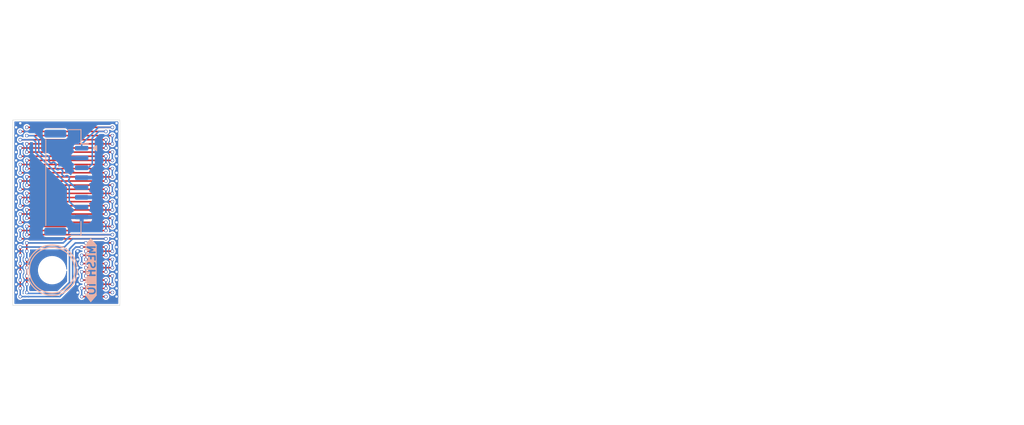
<source format=kicad_pcb>
(kicad_pcb (version 20241229) (generator "pcbnew") (generator_version "9.0")
  (title_block (title "detpan1_F") (date "2025-07-28") (rev "A") (company "TamperSec") (comment 1 "Justin Newkirk"))
  (layers (0 "F.Cu" signal) (4 "In1.Cu" power) (6 "In2.Cu" power) (2 "B.Cu" signal) (5 "F.SilkS" user "F.Silkscreen") (7 "B.SilkS" user "B.Silkscreen") (1 "F.Mask" user) (3 "B.Mask" user) (25 "Edge.Cuts" user))
  (net 0 "")
  (net 1 "GND")
  (net 2 "/-SIG_1")
  (net 3 "/+SIG_1")
  (footprint "MountingHole:MountingHole_3.2mm_M3" (layer "F.Cu") (at 116.45 104.11)
    (property "Reference" "H1" (hide yes))
    (property "Value" "~")
    (pad "" np_thru_hole circle (at 0 0) (size 3.2 3.2) (drill 3.2) (layers "*.Cu" "*.Mask"))
  )
  (footprint "Connector_JST:JST_GH_BM08B-GHS-TBT_1x08-1MP_P1.25mm_Vertical" (layer "B.Cu") (at 118.25 92.97 -90)
    (property "Reference" "J1" (hide yes))
    (property "Value" "SIGNAL_1_CONN")
    (fp_line (start -5.465 2.61) (end 5.465 2.61) (stroke (width 0.12)) (layer "B.SilkS"))
    (fp_line (start -6.735 -0.26) (end -6.735 -1.86) (stroke (width 0.12)) (layer "B.SilkS"))
    (fp_line (start 6.735 -0.26) (end 6.735 -1.86) (stroke (width 0.12)) (layer "B.SilkS"))
    (fp_line (start -6.735 -1.86) (end -4.935 -1.86) (stroke (width 0.12)) (layer "B.SilkS"))
    (fp_line (start -4.935 -1.86) (end -4.935 -2.8) (stroke (width 0.12)) (layer "B.SilkS"))
    (fp_line (start 6.735 -1.86) (end 4.935 -1.86) (stroke (width 0.12)) (layer "B.SilkS"))
    (pad "1" smd roundrect (at -4.375 -1.95 270) (size 0.6 1.7) (layers "B.Cu" "B.Mask" "B.Paste") (net 2 "/-SIG_1"))
    (pad "2" smd roundrect (at -3.125 -1.95 270) (size 0.6 1.7) (layers "B.Cu" "B.Mask" "B.Paste") (net 1 "GND"))
    (pad "3" smd roundrect (at -1.875 -1.95 270) (size 0.6 1.7) (layers "B.Cu" "B.Mask" "B.Paste") (net 3 "/+SIG_1"))
    (pad "4" smd roundrect (at -0.625 -1.95 270) (size 0.6 1.7) (layers "B.Cu" "B.Mask" "B.Paste") (net 1 "GND"))
    (pad "5" smd roundrect (at 0.625 -1.95 270) (size 0.6 1.7) (layers "B.Cu" "B.Mask" "B.Paste") (net 2 "/-SIG_1"))
    (pad "6" smd roundrect (at 1.875 -1.95 270) (size 0.6 1.7) (layers "B.Cu" "B.Mask" "B.Paste") (net 1 "GND"))
    (pad "7" smd roundrect (at 3.125 -1.95 270) (size 0.6 1.7) (layers "B.Cu" "B.Mask" "B.Paste") (net 3 "/+SIG_1"))
    (pad "8" smd roundrect (at 4.375 -1.95 270) (size 0.6 1.7) (layers "B.Cu" "B.Mask" "B.Paste") (net 1 "GND"))
    (pad "MP" smd roundrect (at -6.225 1.4 270) (size 1 2.8) (layers "B.Cu" "B.Mask" "B.Paste"))
    (pad "MP" smd roundrect (at 6.225 1.4 270) (size 1 2.8) (layers "B.Cu" "B.Mask" "B.Paste"))
  )
  (gr_poly (pts (xy 120.7425 100.935) (xy 122.0425 100.935) (xy 121.3425 100.135)) (stroke (width 0.153)) (fill yes) (layer "B.SilkS"))
  (gr_poly (pts (xy 120.750904 107.285) (xy 122.050904 107.285) (xy 121.350904 108.085)) (stroke (width 0.153)) (fill yes) (layer "B.SilkS"))
  (gr_circle (center 116.45 104.11) (end 113.55 104.11) (stroke (width 0.153)) (fill no) (layer "B.SilkS"))
  (gr_circle (center 116.45 104.11) (end 113.25 104.11) (stroke (width 0.153)) (fill no) (layer "B.SilkS"))
  (gr_poly (pts (xy 122.09 88.295) (xy 122.09 88.895) (xy 121.69 88.595)) (stroke (width 0.153)) (fill yes) (layer "B.SilkS"))
  (gr_rect (start 111.45 85) (end 125.05 108.6) (stroke (width 0.05)) (fill no) (layer "Edge.Cuts"))
  (gr_text "MESH IO" (at 122.0265 100.809095 90) (layer "B.SilkS" knockout) (effects (font (size 1 1) (thickness 0.2) (bold yes)) (justify left bottom mirror)))
  (via (at 111.875 98.545) (size 0.45) (drill 0.3) (layers "F.Cu" "B.Cu") (net 1))
  (via (at 124.625 96.97) (size 0.45) (drill 0.3) (layers "F.Cu" "B.Cu") (net 1))
  (via (at 124.625 104.32) (size 0.45) (drill 0.3) (layers "F.Cu" "B.Cu") (net 1))
  (via (at 124.625 101.17) (size 0.45) (drill 0.3) (layers "F.Cu" "B.Cu") (net 1))
  (via (at 124.625 107.47) (size 0.45) (drill 0.3) (layers "F.Cu" "B.Cu") (net 1))
  (via (at 124.625 103.27) (size 0.45) (drill 0.3) (layers "F.Cu" "B.Cu") (net 1))
  (via (at 111.875 92.245) (size 0.45) (drill 0.3) (layers "F.Cu" "B.Cu") (net 1))
  (via (at 119.675 106.95) (size 0.45) (drill 0.3) (layers "F.Cu" "B.Cu") (net 1))
  (via (at 111.875 90.145) (size 0.45) (drill 0.3) (layers "F.Cu" "B.Cu") (net 1))
  (via (at 124.625 106.42) (size 0.45) (drill 0.3) (layers "F.Cu" "B.Cu") (net 1))
  (via (at 111.875 99.595) (size 0.45) (drill 0.3) (layers "F.Cu" "B.Cu") (net 1))
  (via (at 124.625 98.02) (size 0.45) (drill 0.3) (layers "F.Cu" "B.Cu") (net 1))
  (via (at 111.875 103.795) (size 0.45) (drill 0.3) (layers "F.Cu" "B.Cu") (net 1))
  (via (at 124.625 102.22) (size 0.45) (drill 0.3) (layers "F.Cu" "B.Cu") (net 1))
  (via (at 124.625 91.72) (size 0.45) (drill 0.3) (layers "F.Cu" "B.Cu") (net 1))
  (via (at 111.875 106.945) (size 0.45) (drill 0.3) (layers "F.Cu" "B.Cu") (net 1))
  (via (at 124.625 95.92) (size 0.45) (drill 0.3) (layers "F.Cu" "B.Cu") (net 1))
  (via (at 119.675 101.695) (size 0.45) (drill 0.3) (layers "F.Cu" "B.Cu") (net 1))
  (via (at 124.625 94.87) (size 0.45) (drill 0.3) (layers "F.Cu" "B.Cu") (net 1))
  (via (at 124.625 88.57) (size 0.45) (drill 0.3) (layers "F.Cu" "B.Cu") (net 1))
  (via (at 119.675 102.745) (size 0.45) (drill 0.3) (layers "F.Cu" "B.Cu") (net 1))
  (via (at 119.675 103.795) (size 0.45) (drill 0.3) (layers "F.Cu" "B.Cu") (net 1))
  (via (at 124.625 105.37) (size 0.45) (drill 0.3) (layers "F.Cu" "B.Cu") (net 1))
  (via (at 111.875 100.645) (size 0.45) (drill 0.3) (layers "F.Cu" "B.Cu") (net 1))
  (via (at 112.4 85.42) (size 0.45) (drill 0.3) (layers "F.Cu" "B.Cu") (net 1))
  (via (at 111.875 91.195) (size 0.45) (drill 0.3) (layers "F.Cu" "B.Cu") (net 1))
  (via (at 111.875 89.095) (size 0.45) (drill 0.3) (layers "F.Cu" "B.Cu") (net 1))
  (via (at 111.875 101.695) (size 0.45) (drill 0.3) (layers "F.Cu" "B.Cu") (net 1))
  (via (at 111.875 94.345) (size 0.45) (drill 0.3) (layers "F.Cu" "B.Cu") (net 1))
  (via (at 119.675 104.845) (size 0.45) (drill 0.3) (layers "F.Cu" "B.Cu") (net 1))
  (via (at 124.625 93.82) (size 0.45) (drill 0.3) (layers "F.Cu" "B.Cu") (net 1))
  (via (at 124.625 86.47) (size 0.45) (drill 0.3) (layers "F.Cu" "B.Cu") (net 1))
  (via (at 124.625 87.52) (size 0.45) (drill 0.3) (layers "F.Cu" "B.Cu") (net 1))
  (via (at 124.625 90.67) (size 0.45) (drill 0.3) (layers "F.Cu" "B.Cu") (net 1))
  (via (at 111.875 93.295) (size 0.45) (drill 0.3) (layers "F.Cu" "B.Cu") (net 1))
  (via (at 111.875 95.395) (size 0.45) (drill 0.3) (layers "F.Cu" "B.Cu") (net 1))
  (via (at 111.875 102.745) (size 0.45) (drill 0.3) (layers "F.Cu" "B.Cu") (net 1))
  (via (at 111.875 105.895) (size 0.45) (drill 0.3) (layers "F.Cu" "B.Cu") (net 1))
  (via (at 111.875 96.445) (size 0.45) (drill 0.3) (layers "F.Cu" "B.Cu") (net 1))
  (via (at 119.675 105.895) (size 0.45) (drill 0.3) (layers "F.Cu" "B.Cu") (net 1))
  (via (at 111.875 104.845) (size 0.45) (drill 0.3) (layers "F.Cu" "B.Cu") (net 1))
  (via (at 124.625 89.62) (size 0.45) (drill 0.3) (layers "F.Cu" "B.Cu") (net 1))
  (via (at 124.625 100.12) (size 0.45) (drill 0.3) (layers "F.Cu" "B.Cu") (net 1))
  (via (at 111.875 86.995) (size 0.45) (drill 0.3) (layers "F.Cu" "B.Cu") (net 1))
  (via (at 124.625 85.42) (size 0.45) (drill 0.3) (layers "F.Cu" "B.Cu") (net 1))
  (via (at 124.625 99.07) (size 0.45) (drill 0.3) (layers "F.Cu" "B.Cu") (net 1))
  (via (at 124.625 92.77) (size 0.45) (drill 0.3) (layers "F.Cu" "B.Cu") (net 1))
  (via (at 111.875 85.945) (size 0.45) (drill 0.3) (layers "F.Cu" "B.Cu") (net 1))
  (via (at 111.875 97.495) (size 0.45) (drill 0.3) (layers "F.Cu" "B.Cu") (net 1))
  (via (at 111.875 88.045) (size 0.45) (drill 0.3) (layers "F.Cu" "B.Cu") (net 1))
  (segment (start 113.225 102.745) (end 113.225 103.795) (width 0.2) (layer "F.Cu") (net 2))
  (segment (start 124.1 92.245) (end 113.225 92.245) (width 0.2) (layer "F.Cu") (net 2))
  (segment (start 124.1 95.395) (end 113.225 95.395) (width 0.2) (layer "F.Cu") (net 2))
  (segment (start 120.725 100.645) (end 124.1 100.645) (width 0.2) (layer "F.Cu") (net 2))
  (segment (start 113.225 104.845) (end 113.225 105.895) (width 0.2) (layer "F.Cu") (net 2))
  (segment (start 124.1 94.345) (end 113.225 94.345) (width 0.2) (layer "F.Cu") (net 2))
  (segment (start 124.1 90.145) (end 113.225 90.145) (width 0.2) (layer "F.Cu") (net 2))
  (segment (start 124.1 104.845) (end 120.725 104.845) (width 0.2) (layer "F.Cu") (net 2))
  (segment (start 124.1 102.745) (end 120.725 102.745) (width 0.2) (layer "F.Cu") (net 2))
  (segment (start 113.225 100.645) (end 113.225 101.695) (width 0.2) (layer "F.Cu") (net 2))
  (segment (start 124.1 98.545) (end 113.225 98.545) (width 0.2) (layer "F.Cu") (net 2))
  (segment (start 124.1 88.045) (end 113.225 88.045) (width 0.2) (layer "F.Cu") (net 2))
  (segment (start 124.1 96.445) (end 113.225 96.445) (width 0.2) (layer "F.Cu") (net 2))
  (segment (start 124.1 93.295) (end 113.225 93.295) (width 0.2) (layer "F.Cu") (net 2))
  (segment (start 124.1 105.895) (end 120.725 105.895) (width 0.2) (layer "F.Cu") (net 2))
  (segment (start 124.1 91.195) (end 113.225 91.195) (width 0.2) (layer "F.Cu") (net 2))
  (segment (start 113.225 85.945) (end 124.1 85.945) (width 0.2) (layer "F.Cu") (net 2))
  (segment (start 124.1 97.495) (end 113.225 97.495) (width 0.2) (layer "F.Cu") (net 2))
  (segment (start 113.225 86.995) (end 124.1 86.995) (width 0.2) (layer "F.Cu") (net 2))
  (segment (start 124.1 103.795) (end 120.725 103.795) (width 0.2) (layer "F.Cu") (net 2))
  (segment (start 124.1 106.945) (end 120.725 106.945) (width 0.2) (layer "F.Cu") (net 2))
  (segment (start 124.1 89.095) (end 113.225 89.095) (width 0.2) (layer "F.Cu") (net 2))
  (segment (start 124.1 99.595) (end 113.225 99.595) (width 0.2) (layer "F.Cu") (net 2))
  (segment (start 124.1 101.695) (end 120.725 101.695) (width 0.2) (layer "F.Cu") (net 2))
  (via (at 113.225 91.195) (size 0.45) (drill 0.3) (layers "F.Cu" "B.Cu") (net 2))
  (via (at 113.225 92.245) (size 0.45) (drill 0.3) (layers "F.Cu" "B.Cu") (net 2))
  (via (at 124.1 96.445) (size 0.45) (drill 0.3) (layers "F.Cu" "B.Cu") (net 2))
  (via (at 124.1 98.545) (size 0.45) (drill 0.3) (layers "F.Cu" "B.Cu") (net 2))
  (via (at 120.725 106.945) (size 0.45) (drill 0.3) (layers "F.Cu" "B.Cu") (net 2))
  (via (at 124.1 100.645) (size 0.45) (drill 0.3) (layers "F.Cu" "B.Cu") (net 2))
  (via (at 124.1 101.695) (size 0.45) (drill 0.3) (layers "F.Cu" "B.Cu") (net 2))
  (via (at 113.225 102.745) (size 0.45) (drill 0.3) (layers "F.Cu" "B.Cu") (net 2))
  (via (at 124.1 99.595) (size 0.45) (drill 0.3) (layers "F.Cu" "B.Cu") (net 2))
  (via (at 113.225 96.445) (size 0.45) (drill 0.3) (layers "F.Cu" "B.Cu") (net 2))
  (via (at 124.1 85.945) (size 0.45) (drill 0.3) (layers "F.Cu" "B.Cu") (net 2))
  (via (at 124.1 105.895) (size 0.45) (drill 0.3) (layers "F.Cu" "B.Cu") (net 2))
  (via (at 124.1 106.945) (size 0.45) (drill 0.3) (layers "F.Cu" "B.Cu") (net 2))
  (via (at 113.225 104.845) (size 0.45) (drill 0.3) (layers "F.Cu" "B.Cu") (net 2))
  (via (at 124.1 91.195) (size 0.45) (drill 0.3) (layers "F.Cu" "B.Cu") (net 2))
  (via (at 120.725 100.645) (size 0.45) (drill 0.3) (layers "F.Cu" "B.Cu") (net 2))
  (via (at 120.725 104.845) (size 0.45) (drill 0.3) (layers "F.Cu" "B.Cu") (net 2))
  (via (at 113.225 101.695) (size 0.45) (drill 0.3) (layers "F.Cu" "B.Cu") (net 2))
  (via (at 124.1 104.845) (size 0.45) (drill 0.3) (layers "F.Cu" "B.Cu") (net 2))
  (via (at 113.225 97.495) (size 0.45) (drill 0.3) (layers "F.Cu" "B.Cu") (net 2))
  (via (at 113.225 89.095) (size 0.45) (drill 0.3) (layers "F.Cu" "B.Cu") (net 2))
  (via (at 113.225 86.995) (size 0.45) (drill 0.3) (layers "F.Cu" "B.Cu") (net 2))
  (via (at 113.225 93.295) (size 0.45) (drill 0.3) (layers "F.Cu" "B.Cu") (net 2))
  (via (at 124.1 92.245) (size 0.45) (drill 0.3) (layers "F.Cu" "B.Cu") (net 2))
  (via (at 113.225 98.545) (size 0.45) (drill 0.3) (layers "F.Cu" "B.Cu") (net 2))
  (via (at 120.725 105.895) (size 0.45) (drill 0.3) (layers "F.Cu" "B.Cu") (net 2))
  (via (at 124.1 95.395) (size 0.45) (drill 0.3) (layers "F.Cu" "B.Cu") (net 2))
  (via (at 113.225 85.945) (size 0.45) (drill 0.3) (layers "F.Cu" "B.Cu") (net 2))
  (via (at 124.1 90.145) (size 0.45) (drill 0.3) (layers "F.Cu" "B.Cu") (net 2))
  (via (at 113.225 100.645) (size 0.45) (drill 0.3) (layers "F.Cu" "B.Cu") (net 2))
  (via (at 124.1 94.345) (size 0.45) (drill 0.3) (layers "F.Cu" "B.Cu") (net 2))
  (via (at 113.225 88.045) (size 0.45) (drill 0.3) (layers "F.Cu" "B.Cu") (net 2))
  (via (at 124.1 97.495) (size 0.45) (drill 0.3) (layers "F.Cu" "B.Cu") (net 2))
  (via (at 124.1 93.295) (size 0.45) (drill 0.3) (layers "F.Cu" "B.Cu") (net 2))
  (via (at 113.225 95.395) (size 0.45) (drill 0.3) (layers "F.Cu" "B.Cu") (net 2))
  (via (at 113.225 90.145) (size 0.45) (drill 0.3) (layers "F.Cu" "B.Cu") (net 2))
  (via (at 113.225 94.345) (size 0.45) (drill 0.3) (layers "F.Cu" "B.Cu") (net 2))
  (via (at 124.1 102.745) (size 0.45) (drill 0.3) (layers "F.Cu" "B.Cu") (net 2))
  (via (at 113.225 105.895) (size 0.45) (drill 0.3) (layers "F.Cu" "B.Cu") (net 2))
  (via (at 113.225 106.945) (size 0.45) (drill 0.3) (layers "F.Cu" "B.Cu") (net 2))
  (via (at 120.725 101.695) (size 0.45) (drill 0.3) (layers "F.Cu" "B.Cu") (net 2))
  (via (at 124.1 103.795) (size 0.45) (drill 0.3) (layers "F.Cu" "B.Cu") (net 2))
  (via (at 113.225 99.595) (size 0.45) (drill 0.3) (layers "F.Cu" "B.Cu") (net 2))
  (via (at 120.725 102.745) (size 0.45) (drill 0.3) (layers "F.Cu" "B.Cu") (net 2))
  (via (at 124.1 86.995) (size 0.45) (drill 0.3) (layers "F.Cu" "B.Cu") (net 2))
  (via (at 124.1 89.095) (size 0.45) (drill 0.3) (layers "F.Cu" "B.Cu") (net 2))
  (via (at 113.225 103.795) (size 0.45) (drill 0.3) (layers "F.Cu" "B.Cu") (net 2))
  (via (at 120.725 103.795) (size 0.45) (drill 0.3) (layers "F.Cu" "B.Cu") (net 2))
  (via (at 124.1 88.045) (size 0.45) (drill 0.3) (layers "F.Cu" "B.Cu") (net 2))
  (segment (start 124.1 101.695) (end 124.1 100.645) (width 0.2) (layer "B.Cu") (net 2))
  (segment (start 124.1 97.495) (end 124.1 98.545) (width 0.2) (layer "B.Cu") (net 2))
  (segment (start 118.649 105.676) (end 117.256 107.069) (width 0.2) (layer "B.Cu") (net 2))
  (segment (start 113.23 87) (end 113.225 86.995) (width 0.2) (layer "B.Cu") (net 2))
  (segment (start 120.2 93.595) (end 119.350001 93.595) (width 0.2) (layer "B.Cu") (net 2))
  (segment (start 113.225 94.345) (end 113.225 95.395) (width 0.2) (layer "B.Cu") (net 2))
  (segment (start 124.1 86.995) (end 124.1 88.045) (width 0.2) (layer "B.Cu") (net 2))
  (segment (start 113.225 90.145) (end 113.225 91.195) (width 0.2) (layer "B.Cu") (net 2))
  (segment (start 124.1 93.295) (end 124.1 94.345) (width 0.2) (layer "B.Cu") (net 2))
  (segment (start 117.855 100.645) (end 118.905 99.595) (width 0.2) (layer "B.Cu") (net 2))
  (segment (start 119.405 100.645) (end 118.8 101.25) (width 0.2) (layer "B.Cu") (net 2))
  (segment (start 113.225 92.245) (end 113.225 93.295) (width 0.2) (layer "B.Cu") (net 2))
  (segment (start 120.2 88.075) (end 122.33 85.945) (width 0.2) (layer "B.Cu") (net 2))
  (segment (start 118.593377 92.27269) (end 118.451955 92.131268) (width 0.2) (layer "B.Cu") (net 2))
  (segment (start 113.225 104.845) (end 113.225 103.795) (width 0.2) (layer "B.Cu") (net 2))
  (segment (start 120.2 88.595) (end 120.2 88.075) (width 0.2) (layer "B.Cu") (net 2))
  (segment (start 120.725 100.645) (end 120.418877 100.645) (width 0.2) (layer "B.Cu") (net 2))
  (segment (start 120.725 104.845) (end 120.725 103.795) (width 0.2) (layer "B.Cu") (net 2))
  (segment (start 122.33 85.945) (end 124.1 85.945) (width 0.2) (layer "B.Cu") (net 2))
  (segment (start 119.981123 100.645) (end 119.405 100.645) (width 0.2) (layer "B.Cu") (net 2))
  (segment (start 117.256 107.069) (end 113.349 107.069) (width 0.2) (layer "B.Cu") (net 2))
  (segment (start 114.125 87) (end 113.23 87) (width 0.2) (layer "B.Cu") (net 2))
  (segment (start 120.417877 100.644) (end 119.982123 100.644) (width 0.2) (layer "B.Cu") (net 2))
  (segment (start 120.725 102.745) (end 120.725 101.695) (width 0.2) (layer "B.Cu") (net 2))
  (segment (start 119.982123 100.644) (end 119.981123 100.645) (width 0.2) (layer "B.Cu") (net 2))
  (segment (start 113.225 102.745) (end 113.225 101.695) (width 0.2) (layer "B.Cu") (net 2))
  (segment (start 117.03774 91.282739) (end 116.896319 91.141318) (width 0.2) (layer "B.Cu") (net 2))
  (segment (start 115.199261 89.44426) (end 114.75 88.994999) (width 0.2) (layer "B.Cu") (net 2))
  (segment (start 114.75 88.994999) (end 114.75 87.6329) (width 0.2) (layer "B.Cu") (net 2))
  (segment (start 117.744848 91.424161) (end 117.603426 91.282739) (width 0.2) (layer "B.Cu") (net 2))
  (segment (start 113.225 106.945) (end 113.225 105.895) (width 0.2) (layer "B.Cu") (net 2))
  (segment (start 116.04779 89.727103) (end 115.906368 89.585681) (width 0.2) (layer "B.Cu") (net 2))
  (segment (start 113.349 107.069) (end 113.225 106.945) (width 0.2) (layer "B.Cu") (net 2))
  (segment (start 114.475 87.35) (end 114.125 87) (width 0.2) (layer "B.Cu") (net 2))
  (segment (start 118.8 101.25) (end 118.8 101.259023) (width 0.2) (layer "B.Cu") (net 2))
  (segment (start 120.418877 100.645) (end 120.417877 100.644) (width 0.2) (layer "B.Cu") (net 2))
  (segment (start 118.649 101.410023) (end 118.649 105.676) (width 0.2) (layer "B.Cu") (net 2))
  (segment (start 118.8 101.259023) (end 118.649 101.410023) (width 0.2) (layer "B.Cu") (net 2))
  (segment (start 124.1 91.195) (end 124.1 92.245) (width 0.2) (layer "B.Cu") (net 2))
  (segment (start 113.225 96.445) (end 113.225 97.495) (width 0.2) (layer "B.Cu") (net 2))
  (segment (start 124.1 105.895) (end 124.1 104.845) (width 0.2) (layer "B.Cu") (net 2))
  (segment (start 116.189211 90.43421) (end 116.04779 90.292789) (width 0.2) (layer "B.Cu") (net 2))
  (segment (start 114.475 87.3579) (end 114.475 87.35) (width 0.2) (layer "B.Cu") (net 2))
  (segment (start 124.1 89.095) (end 124.1 90.145) (width 0.2) (layer "B.Cu") (net 2))
  (segment (start 113.225 88.045) (end 113.225 89.095) (width 0.2) (layer "B.Cu") (net 2))
  (segment (start 124.1 103.795) (end 124.1 102.745) (width 0.2) (layer "B.Cu") (net 2))
  (segment (start 118.905 99.595) (end 124.1 99.595) (width 0.2) (layer "B.Cu") (net 2))
  (segment (start 124.1 95.395) (end 124.1 96.445) (width 0.2) (layer "B.Cu") (net 2))
  (segment (start 115.340682 89.585681) (end 115.199261 89.44426) (width 0.2) (layer "B.Cu") (net 2))
  (segment (start 113.225 98.545) (end 113.225 99.595) (width 0.2) (layer "B.Cu") (net 2))
  (segment (start 114.75 87.6329) (end 114.475 87.3579) (width 0.2) (layer "B.Cu") (net 2))
  (segment (start 120.725 106.945) (end 120.725 105.895) (width 0.2) (layer "B.Cu") (net 2))
  (segment (start 117.886269 92.131268) (end 117.744848 91.989847) (width 0.2) (layer "B.Cu") (net 2))
  (segment (start 116.896319 90.575632) (end 116.754897 90.43421) (width 0.2) (layer "B.Cu") (net 2))
  (segment (start 113.225 100.645) (end 117.855 100.645) (width 0.2) (layer "B.Cu") (net 2))
  (segment (start 119.350001 93.595) (end 118.593377 92.838376) (width 0.2) (layer "B.Cu") (net 2))
  (arc (start 118.593377 92.838376) (mid 118.534798 92.696955) (end 118.593377 92.555533) (width 0.2) (layer "B.Cu") (net 2))
  (arc (start 117.744848 91.707004) (mid 117.803427 91.565582) (end 117.744848 91.424161) (width 0.2) (layer "B.Cu") (net 2))
  (arc (start 118.451955 92.131268) (mid 118.310534 92.072689) (end 118.169112 92.131268) (width 0.2) (layer "B.Cu") (net 2))
  (arc (start 116.472054 90.43421) (mid 116.330632 90.492789) (end 116.189211 90.43421) (width 0.2) (layer "B.Cu") (net 2))
  (arc (start 115.623525 89.585681) (mid 115.482103 89.64426) (end 115.340682 89.585681) (width 0.2) (layer "B.Cu") (net 2))
  (arc (start 117.320583 91.282739) (mid 117.179161 91.341318) (end 117.03774 91.282739) (width 0.2) (layer "B.Cu") (net 2))
  (arc (start 117.603426 91.282739) (mid 117.462005 91.22416) (end 117.320583 91.282739) (width 0.2) (layer "B.Cu") (net 2))
  (arc (start 116.04779 90.292789) (mid 115.989211 90.151368) (end 116.04779 90.009946) (width 0.2) (layer "B.Cu") (net 2))
  (arc (start 116.04779 90.009946) (mid 116.106369 89.868524) (end 116.04779 89.727103) (width 0.2) (layer "B.Cu") (net 2))
  (arc (start 116.896319 91.141318) (mid 116.83774 90.999897) (end 116.896319 90.858475) (width 0.2) (layer "B.Cu") (net 2))
  (arc (start 118.169112 92.131268) (mid 118.02769 92.189847) (end 117.886269 92.131268) (width 0.2) (layer "B.Cu") (net 2))
  (arc (start 115.906368 89.585681) (mid 115.764947 89.527102) (end 115.623525 89.585681) (width 0.2) (layer "B.Cu") (net 2))
  (arc (start 117.744848 91.989847) (mid 117.686269 91.848426) (end 117.744848 91.707004) (width 0.2) (layer "B.Cu") (net 2))
  (arc (start 118.593377 92.555533) (mid 118.651956 92.414111) (end 118.593377 92.27269) (width 0.2) (layer "B.Cu") (net 2))
  (arc (start 116.754897 90.43421) (mid 116.613476 90.375631) (end 116.472054 90.43421) (width 0.2) (layer "B.Cu") (net 2))
  (arc (start 116.896319 90.858475) (mid 116.954898 90.717053) (end 116.896319 90.575632) (width 0.2) (layer "B.Cu") (net 2))
  (segment (start 112.4 89.62) (end 123.275 89.62) (width 0.2) (layer "F.Cu") (net 3))
  (segment (start 120.2 102.22) (end 123.275 102.22) (width 0.2) (layer "F.Cu") (net 3))
  (segment (start 120.2 101.17) (end 123.275 101.17) (width 0.2) (layer "F.Cu") (net 3))
  (segment (start 112.4 96.97) (end 123.275 96.97) (width 0.2) (layer "F.Cu") (net 3))
  (segment (start 112.4 95.92) (end 123.275 95.92) (width 0.2) (layer "F.Cu") (net 3))
  (segment (start 120.2 106.42) (end 123.275 106.42) (width 0.2) (layer "F.Cu") (net 3))
  (segment (start 112.4 88.57) (end 123.275 88.57) (width 0.2) (layer "F.Cu") (net 3))
  (segment (start 120.2 107.47) (end 123.275 107.47) (width 0.2) (layer "F.Cu") (net 3))
  (segment (start 120.2 105.37) (end 123.275 105.37) (width 0.2) (layer "F.Cu") (net 3))
  (segment (start 120.2 103.27) (end 123.275 103.27) (width 0.2) (layer "F.Cu") (net 3))
  (segment (start 112.4 98.02) (end 123.275 98.02) (width 0.2) (layer "F.Cu") (net 3))
  (segment (start 112.4 103.27) (end 112.4 104.32) (width 0.2) (layer "F.Cu") (net 3))
  (segment (start 112.4 105.37) (end 112.4 106.42) (width 0.2) (layer "F.Cu") (net 3))
  (segment (start 112.4 99.07) (end 123.275 99.07) (width 0.2) (layer "F.Cu") (net 3))
  (segment (start 123.275 86.47) (end 112.4 86.47) (width 0.2) (layer "F.Cu") (net 3))
  (segment (start 112.4 93.82) (end 123.275 93.82) (width 0.2) (layer "F.Cu") (net 3))
  (segment (start 112.4 87.52) (end 123.275 87.52) (width 0.2) (layer "F.Cu") (net 3))
  (segment (start 112.4 94.87) (end 123.275 94.87) (width 0.2) (layer "F.Cu") (net 3))
  (segment (start 112.4 100.12) (end 123.275 100.12) (width 0.2) (layer "F.Cu") (net 3))
  (segment (start 112.4 101.17) (end 112.4 102.22) (width 0.2) (layer "F.Cu") (net 3))
  (segment (start 112.4 90.67) (end 123.275 90.67) (width 0.2) (layer "F.Cu") (net 3))
  (segment (start 120.2 104.32) (end 123.275 104.32) (width 0.2) (layer "F.Cu") (net 3))
  (segment (start 112.4 92.77) (end 123.275 92.77) (width 0.2) (layer "F.Cu") (net 3))
  (segment (start 112.4 91.72) (end 123.275 91.72) (width 0.2) (layer "F.Cu") (net 3))
  (via (at 112.4 88.57) (size 0.45) (drill 0.3) (layers "F.Cu" "B.Cu") (net 3))
  (via (at 123.275 94.87) (size 0.45) (drill 0.3) (layers "F.Cu" "B.Cu") (net 3))
  (via (at 123.275 86.47) (size 0.45) (drill 0.3) (layers "F.Cu" "B.Cu") (net 3))
  (via (at 112.4 107.47) (size 0.45) (drill 0.3) (layers "F.Cu" "B.Cu") (net 3))
  (via (at 123.275 100.12) (size 0.45) (drill 0.3) (layers "F.Cu" "B.Cu") (net 3))
  (via (at 112.4 89.62) (size 0.45) (drill 0.3) (layers "F.Cu" "B.Cu") (net 3))
  (via (at 123.275 95.92) (size 0.45) (drill 0.3) (layers "F.Cu" "B.Cu") (net 3))
  (via (at 112.4 87.52) (size 0.45) (drill 0.3) (layers "F.Cu" "B.Cu") (net 3))
  (via (at 112.4 92.77) (size 0.45) (drill 0.3) (layers "F.Cu" "B.Cu") (net 3))
  (via (at 123.275 87.52) (size 0.45) (drill 0.3) (layers "F.Cu" "B.Cu") (net 3))
  (via (at 120.2 104.32) (size 0.45) (drill 0.3) (layers "F.Cu" "B.Cu") (net 3))
  (via (at 123.275 107.47) (size 0.45) (drill 0.3) (layers "F.Cu" "B.Cu") (net 3))
  (via (at 112.4 101.17) (size 0.45) (drill 0.3) (layers "F.Cu" "B.Cu") (net 3))
  (via (at 123.275 93.82) (size 0.45) (drill 0.3) (layers "F.Cu" "B.Cu") (net 3))
  (via (at 120.2 101.17) (size 0.45) (drill 0.3) (layers "F.Cu" "B.Cu") (net 3))
  (via (at 120.2 102.22) (size 0.45) (drill 0.3) (layers "F.Cu" "B.Cu") (net 3))
  (via (at 123.275 106.42) (size 0.45) (drill 0.3) (layers "F.Cu" "B.Cu") (net 3))
  (via (at 112.4 96.97) (size 0.45) (drill 0.3) (layers "F.Cu" "B.Cu") (net 3))
  (via (at 112.4 90.67) (size 0.45) (drill 0.3) (layers "F.Cu" "B.Cu") (net 3))
  (via (at 112.4 93.82) (size 0.45) (drill 0.3) (layers "F.Cu" "B.Cu") (net 3))
  (via (at 123.275 102.22) (size 0.45) (drill 0.3) (layers "F.Cu" "B.Cu") (net 3))
  (via (at 112.4 86.47) (size 0.45) (drill 0.3) (layers "F.Cu" "B.Cu") (net 3))
  (via (at 112.4 102.22) (size 0.45) (drill 0.3) (layers "F.Cu" "B.Cu") (net 3))
  (via (at 112.4 103.27) (size 0.45) (drill 0.3) (layers "F.Cu" "B.Cu") (net 3))
  (via (at 123.275 89.62) (size 0.45) (drill 0.3) (layers "F.Cu" "B.Cu") (net 3))
  (via (at 123.275 105.37) (size 0.45) (drill 0.3) (layers "F.Cu" "B.Cu") (net 3))
  (via (at 112.4 106.42) (size 0.45) (drill 0.3) (layers "F.Cu" "B.Cu") (net 3))
  (via (at 123.275 104.32) (size 0.45) (drill 0.3) (layers "F.Cu" "B.Cu") (net 3))
  (via (at 123.275 91.72) (size 0.45) (drill 0.3) (layers "F.Cu" "B.Cu") (net 3))
  (via (at 120.2 103.27) (size 0.45) (drill 0.3) (layers "F.Cu" "B.Cu") (net 3))
  (via (at 112.4 98.02) (size 0.45) (drill 0.3) (layers "F.Cu" "B.Cu") (net 3))
  (via (at 120.2 107.47) (size 0.45) (drill 0.3) (layers "F.Cu" "B.Cu") (net 3))
  (via (at 112.4 95.92) (size 0.45) (drill 0.3) (layers "F.Cu" "B.Cu") (net 3))
  (via (at 123.275 103.27) (size 0.45) (drill 0.3) (layers "F.Cu" "B.Cu") (net 3))
  (via (at 123.275 88.57) (size 0.45) (drill 0.3) (layers "F.Cu" "B.Cu") (net 3))
  (via (at 123.275 90.67) (size 0.45) (drill 0.3) (layers "F.Cu" "B.Cu") (net 3))
  (via (at 120.2 106.42) (size 0.45) (drill 0.3) (layers "F.Cu" "B.Cu") (net 3))
  (via (at 123.275 98.02) (size 0.45) (drill 0.3) (layers "F.Cu" "B.Cu") (net 3))
  (via (at 123.275 96.97) (size 0.45) (drill 0.3) (layers "F.Cu" "B.Cu") (net 3))
  (via (at 112.4 94.87) (size 0.45) (drill 0.3) (layers "F.Cu" "B.Cu") (net 3))
  (via (at 123.275 92.77) (size 0.45) (drill 0.3) (layers "F.Cu" "B.Cu") (net 3))
  (via (at 112.4 100.12) (size 0.45) (drill 0.3) (layers "F.Cu" "B.Cu") (net 3))
  (via (at 112.4 104.32) (size 0.45) (drill 0.3) (layers "F.Cu" "B.Cu") (net 3))
  (via (at 112.4 99.07) (size 0.45) (drill 0.3) (layers "F.Cu" "B.Cu") (net 3))
  (via (at 112.4 91.72) (size 0.45) (drill 0.3) (layers "F.Cu" "B.Cu") (net 3))
  (via (at 123.275 101.17) (size 0.45) (drill 0.3) (layers "F.Cu" "B.Cu") (net 3))
  (via (at 123.275 99.07) (size 0.45) (drill 0.3) (layers "F.Cu" "B.Cu") (net 3))
  (via (at 120.2 105.37) (size 0.45) (drill 0.3) (layers "F.Cu" "B.Cu") (net 3))
  (via (at 112.4 105.37) (size 0.45) (drill 0.3) (layers "F.Cu" "B.Cu") (net 3))
  (segment (start 112.4 92.77) (end 112.4 93.82) (width 0.2) (layer "B.Cu") (net 3))
  (segment (start 113.007123 107.471) (end 113.442877 107.471) (width 0.2) (layer "B.Cu") (net 3))
  (segment (start 123.275 102.22) (end 123.275 101.17) (width 0.2) (layer "B.Cu") (net 3))
  (segment (start 112.4 90.67) (end 112.4 91.72) (width 0.2) (layer "B.Cu") (net 3))
  (segment (start 119.05 101.576123) (end 119.456123 101.17) (width 0.2) (layer "B.Cu") (net 3))
  (segment (start 123.275 104.32) (end 123.275 103.27) (width 0.2) (layer "B.Cu") (net 3))
  (segment (start 118.005 101.17) (end 119.056 100.119) (width 0.2) (layer "B.Cu") (net 3))
  (segment (start 117.4221 107.47) (end 119.05 105.8421) (width 0.2) (layer "B.Cu") (net 3))
  (segment (start 113.442877 107.471) (end 113.443877 107.47) (width 0.2) (layer "B.Cu") (net 3))
  (segment (start 119.056 100.119) (end 123.274 100.119) (width 0.2) (layer "B.Cu") (net 3))
  (segment (start 118.625 95.369999) (end 118.625 93.437099) (width 0.2) (layer "B.Cu") (net 3))
  (segment (start 121.049999 91.095) (end 121.55 90.594999) (width 0.2) (layer "B.Cu") (net 3))
  (segment (start 118.625 93.437099) (end 114.349 89.161099) (width 0.2) (layer "B.Cu") (net 3))
  (segment (start 112.4 88.57) (end 112.4 89.62) (width 0.2) (layer "B.Cu") (net 3))
  (segment (start 123.275 98.02) (end 123.275 99.07) (width 0.2) (layer "B.Cu") (net 3))
  (segment (start 121.55 90.594999) (end 121.55 87.2921) (width 0.2) (layer "B.Cu") (net 3))
  (segment (start 112.4 94.87) (end 112.4 95.92) (width 0.2) (layer "B.Cu") (net 3))
  (segment (start 112.4 101.17) (end 118.005 101.17) (width 0.2) (layer "B.Cu") (net 3))
  (segment (start 123.275 91.72) (end 123.275 92.77) (width 0.2) (layer "B.Cu") (net 3))
  (segment (start 121.55 87.2921) (end 122.3721 86.47) (width 0.2) (layer "B.Cu") (net 3))
  (segment (start 112.4 107.47) (end 112.4 106.42) (width 0.2) (layer "B.Cu") (net 3))
  (segment (start 119.05 105.8421) (end 119.05 101.576123) (width 0.2) (layer "B.Cu") (net 3))
  (segment (start 123.274 100.119) (end 123.275 100.12) (width 0.2) (layer "B.Cu") (net 3))
  (segment (start 120.2 96.095) (end 119.350001 96.095) (width 0.2) (layer "B.Cu") (net 3))
  (segment (start 112.4 99.07) (end 112.4 100.12) (width 0.2) (layer "B.Cu") (net 3))
  (segment (start 112.4 96.97) (end 112.4 98.02) (width 0.2) (layer "B.Cu") (net 3))
  (segment (start 123.275 87.52) (end 123.275 88.57) (width 0.2) (layer "B.Cu") (net 3))
  (segment (start 123.275 106.42) (end 123.275 105.37) (width 0.2) (layer "B.Cu") (net 3))
  (segment (start 114.349 89.161099) (end 114.349 87.799) (width 0.2) (layer "B.Cu") (net 3))
  (segment (start 123.275 93.82) (end 123.275 94.87) (width 0.2) (layer "B.Cu") (net 3))
  (segment (start 123.275 89.62) (end 123.275 90.67) (width 0.2) (layer "B.Cu") (net 3))
  (segment (start 119.456123 101.17) (end 120.2 101.17) (width 0.2) (layer "B.Cu") (net 3))
  (segment (start 120.2 107.47) (end 120.2 106.42) (width 0.2) (layer "B.Cu") (net 3))
  (segment (start 112.4 105.37) (end 112.4 104.32) (width 0.2) (layer "B.Cu") (net 3))
  (segment (start 114.07 87.52) (end 112.4 87.52) (width 0.2) (layer "B.Cu") (net 3))
  (segment (start 123.275 95.92) (end 123.275 96.97) (width 0.2) (layer "B.Cu") (net 3))
  (segment (start 114.349 87.799) (end 114.07 87.52) (width 0.2) (layer "B.Cu") (net 3))
  (segment (start 119.350001 96.095) (end 118.625 95.369999) (width 0.2) (layer "B.Cu") (net 3))
  (segment (start 113.006123 107.47) (end 113.007123 107.471) (width 0.2) (layer "B.Cu") (net 3))
  (segment (start 120.2 105.37) (end 120.2 104.32) (width 0.2) (layer "B.Cu") (net 3))
  (segment (start 120.2 91.095) (end 121.049999 91.095) (width 0.2) (layer "B.Cu") (net 3))
  (segment (start 112.4 107.47) (end 113.006123 107.47) (width 0.2) (layer "B.Cu") (net 3))
  (segment (start 112.4 103.27) (end 112.4 102.22) (width 0.2) (layer "B.Cu") (net 3))
  (segment (start 120.2 103.27) (end 120.2 102.22) (width 0.2) (layer "B.Cu") (net 3))
  (segment (start 122.3721 86.47) (end 123.275 86.47) (width 0.2) (layer "B.Cu") (net 3))
  (segment (start 113.443877 107.47) (end 117.4221 107.47) (width 0.2) (layer "B.Cu") (net 3))
  (zone (net 1) (net_name "GND") (layers "B.Cu" "In1.Cu") (connect_pads (clearance 0.1)) (min_thickness 0.1) (fill yes (thermal_gap 0.5) (thermal_bridge_width 0.5))
    (polygon (pts (xy 111.45 85) (xy 111.45 108.6) (xy 125.05 108.6) (xy 125.05 85)))
  )
)
</source>
